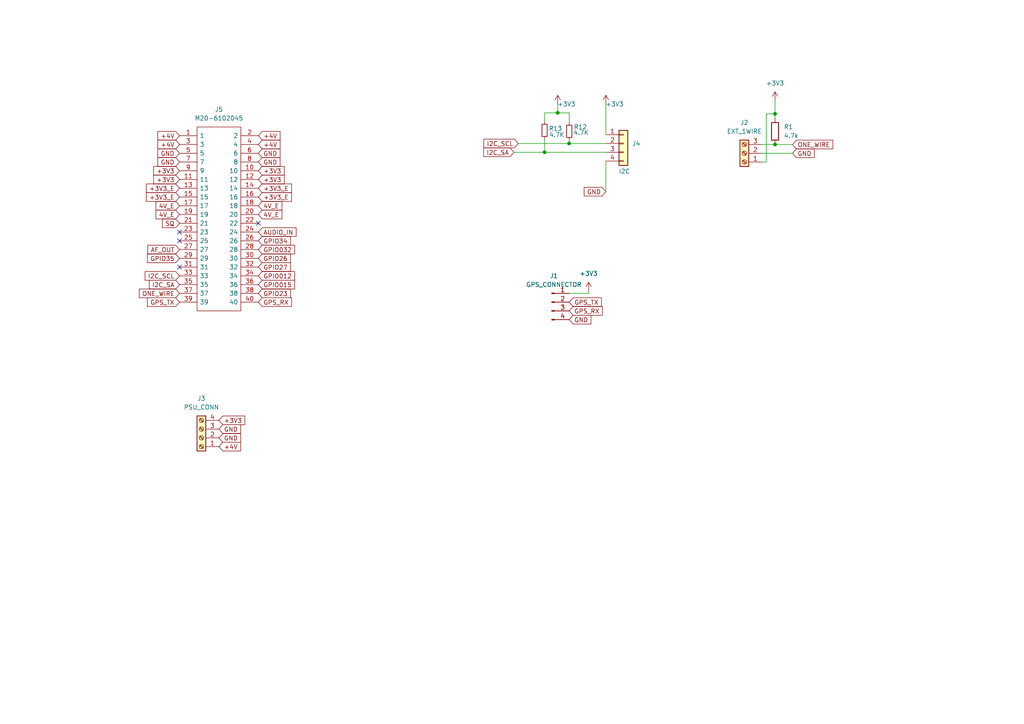
<source format=kicad_sch>
(kicad_sch (version 20211123) (generator eeschema)
  (paper "A4")
  (lib_symbols
    (symbol "Connector:Conn_01x04_Male" (pin_names (offset 1.016) hide)
      (property "Reference" "J" (at 0 5.08 0))
      (property "Value" "Conn_01x04_Male" (at 0 -7.62 0))
      (symbol "Conn_01x04_Male_1_1"
        (polyline (pts (xy 1.27 -5.08) (xy 0.8636 -5.08)) (stroke (width 0.1524)))
        (polyline (pts (xy 1.27 -2.54) (xy 0.8636 -2.54)) (stroke (width 0.1524)))
        (polyline (pts (xy 1.27 0) (xy 0.8636 0)) (stroke (width 0.1524)))
        (polyline (pts (xy 1.27 2.54) (xy 0.8636 2.54)) (stroke (width 0.1524)))
        (rectangle (start 0.8636 -4.953) (end 0 -5.207) (stroke (width 0.1524)) (fill (type outline)))
        (rectangle (start 0.8636 -2.413) (end 0 -2.667) (stroke (width 0.1524)) (fill (type outline)))
        (rectangle (start 0.8636 0.127) (end 0 -0.127) (stroke (width 0.1524)) (fill (type outline)))
        (rectangle (start 0.8636 2.667) (end 0 2.413) (stroke (width 0.1524)) (fill (type outline)))
        (pin passive line (at 5.08 2.54 180) (length 3.81) (name "Pin_1") (number "1"))
        (pin passive line (at 5.08 0 180) (length 3.81) (name "Pin_2") (number "2"))
        (pin passive line (at 5.08 -2.54 180) (length 3.81) (name "Pin_3") (number "3"))
        (pin passive line (at 5.08 -5.08 180) (length 3.81) (name "Pin_4") (number "4"))
      )
    )
    (symbol "Connector:Screw_Terminal_01x03" (pin_names (offset 1.016) hide)
      (property "Reference" "J" (at 0 5.08 0))
      (property "Value" "Screw_Terminal_01x03" (at 0 -5.08 0))
      (symbol "Screw_Terminal_01x03_1_1"
        (rectangle (start -1.27 3.81) (end 1.27 -3.81) (stroke (width 0.254)) (fill (type background)))
        (circle (center 0 -2.54) (radius 0.635) (stroke (width 0.1524)))
        (polyline (pts (xy -0.5334 -2.2098) (xy 0.3302 -3.048)) (stroke (width 0.1524)))
        (polyline (pts (xy -0.5334 0.3302) (xy 0.3302 -0.508)) (stroke (width 0.1524)))
        (polyline (pts (xy -0.5334 2.8702) (xy 0.3302 2.032)) (stroke (width 0.1524)))
        (polyline (pts (xy -0.3556 -2.032) (xy 0.508 -2.8702)) (stroke (width 0.1524)))
        (polyline (pts (xy -0.3556 0.508) (xy 0.508 -0.3302)) (stroke (width 0.1524)))
        (polyline (pts (xy -0.3556 3.048) (xy 0.508 2.2098)) (stroke (width 0.1524)))
        (circle (center 0 0) (radius 0.635) (stroke (width 0.1524)))
        (circle (center 0 2.54) (radius 0.635) (stroke (width 0.1524)))
        (pin passive line (at -5.08 2.54 0) (length 3.81) (name "Pin_1") (number "1"))
        (pin passive line (at -5.08 0 0) (length 3.81) (name "Pin_2") (number "2"))
        (pin passive line (at -5.08 -2.54 0) (length 3.81) (name "Pin_3") (number "3"))
      )
    )
    (symbol "Connector:Screw_Terminal_01x04" (pin_names (offset 1.016) hide)
      (property "Reference" "J" (at 0 5.08 0))
      (property "Value" "Screw_Terminal_01x04" (at 0 -7.62 0))
      (symbol "Screw_Terminal_01x04_1_1"
        (rectangle (start -1.27 3.81) (end 1.27 -6.35) (stroke (width 0.254)) (fill (type background)))
        (circle (center 0 -5.08) (radius 0.635) (stroke (width 0.1524)))
        (circle (center 0 -2.54) (radius 0.635) (stroke (width 0.1524)))
        (polyline (pts (xy -0.5334 -4.7498) (xy 0.3302 -5.588)) (stroke (width 0.1524)))
        (polyline (pts (xy -0.5334 -2.2098) (xy 0.3302 -3.048)) (stroke (width 0.1524)))
        (polyline (pts (xy -0.5334 0.3302) (xy 0.3302 -0.508)) (stroke (width 0.1524)))
        (polyline (pts (xy -0.5334 2.8702) (xy 0.3302 2.032)) (stroke (width 0.1524)))
        (polyline (pts (xy -0.3556 -4.572) (xy 0.508 -5.4102)) (stroke (width 0.1524)))
        (polyline (pts (xy -0.3556 -2.032) (xy 0.508 -2.8702)) (stroke (width 0.1524)))
        (polyline (pts (xy -0.3556 0.508) (xy 0.508 -0.3302)) (stroke (width 0.1524)))
        (polyline (pts (xy -0.3556 3.048) (xy 0.508 2.2098)) (stroke (width 0.1524)))
        (circle (center 0 0) (radius 0.635) (stroke (width 0.1524)))
        (circle (center 0 2.54) (radius 0.635) (stroke (width 0.1524)))
        (pin passive line (at -5.08 2.54 0) (length 3.81) (name "Pin_1") (number "1"))
        (pin passive line (at -5.08 0 0) (length 3.81) (name "Pin_2") (number "2"))
        (pin passive line (at -5.08 -2.54 0) (length 3.81) (name "Pin_3") (number "3"))
        (pin passive line (at -5.08 -5.08 0) (length 3.81) (name "Pin_4") (number "4"))
      )
    )
    (symbol "Connector_Generic:Conn_01x04" (pin_names (offset 1.016) hide)
      (property "Reference" "J" (at 0 5.08 0))
      (property "Value" "Conn_01x04" (at 0 -7.62 0))
      (symbol "Conn_01x04_1_1"
        (rectangle (start -1.27 -4.953) (end 0 -5.207) (stroke (width 0.1524)))
        (rectangle (start -1.27 -2.413) (end 0 -2.667) (stroke (width 0.1524)))
        (rectangle (start -1.27 0.127) (end 0 -0.127) (stroke (width 0.1524)))
        (rectangle (start -1.27 2.667) (end 0 2.413) (stroke (width 0.1524)))
        (rectangle (start -1.27 3.81) (end 1.27 -6.35) (stroke (width 0.254)) (fill (type background)))
        (pin passive line (at -5.08 2.54 0) (length 3.81) (name "Pin_1") (number "1"))
        (pin passive line (at -5.08 0 0) (length 3.81) (name "Pin_2") (number "2"))
        (pin passive line (at -5.08 -2.54 0) (length 3.81) (name "Pin_3") (number "3"))
        (pin passive line (at -5.08 -5.08 0) (length 3.81) (name "Pin_4") (number "4"))
      )
    )
    (symbol "Device:R" (pin_numbers hide) (pin_names (offset 0))
      (property "Reference" "R" (at 2.032 0 90))
      (property "Value" "R" (at 0 0 90))
      (symbol "R_0_1"
        (rectangle (start -1.016 -2.54) (end 1.016 2.54) (stroke (width 0.254)))
      )
      (symbol "R_1_1"
        (pin passive line (at 0 3.81 270) (length 1.27) (name "~") (number "1"))
        (pin passive line (at 0 -3.81 90) (length 1.27) (name "~") (number "2"))
      )
    )
    (symbol "Device:R_Small" (pin_numbers hide) (pin_names (offset 0.254) hide)
      (property "Reference" "R" (at 0.762 0.508 0))
      (property "Value" "R_Small" (at 0.762 -1.016 0))
      (symbol "R_Small_0_1"
        (rectangle (start -0.762 1.778) (end 0.762 -1.778) (stroke (width 0.2032)))
      )
      (symbol "R_Small_1_1"
        (pin passive line (at 0 2.54 270) (length 0.762) (name "~") (number "1"))
        (pin passive line (at 0 -2.54 90) (length 0.762) (name "~") (number "2"))
      )
    )
    (symbol "M20-6102045:M20-6102045" (pin_names (offset 0.762))
      (property "Reference" "J" (at 19.05 7.62 0))
      (property "Value" "M20-6102045" (at 19.05 5.08 0))
      (symbol "M20-6102045_0_0"
        (pin passive line (at 0 0 0) (length 5.08) (name "1") (number "1"))
        (pin passive line (at 22.86 -10.16 180) (length 5.08) (name "10") (number "10"))
        (pin passive line (at 0 -12.7 0) (length 5.08) (name "11") (number "11"))
        (pin passive line (at 22.86 -12.7 180) (length 5.08) (name "12") (number "12"))
        (pin passive line (at 0 -15.24 0) (length 5.08) (name "13") (number "13"))
        (pin passive line (at 22.86 -15.24 180) (length 5.08) (name "14") (number "14"))
        (pin passive line (at 0 -17.78 0) (length 5.08) (name "15") (number "15"))
        (pin passive line (at 22.86 -17.78 180) (length 5.08) (name "16") (number "16"))
        (pin passive line (at 0 -20.32 0) (length 5.08) (name "17") (number "17"))
        (pin passive line (at 22.86 -20.32 180) (length 5.08) (name "18") (number "18"))
        (pin passive line (at 0 -22.86 0) (length 5.08) (name "19") (number "19"))
        (pin passive line (at 22.86 0 180) (length 5.08) (name "2") (number "2"))
        (pin passive line (at 22.86 -22.86 180) (length 5.08) (name "20") (number "20"))
        (pin passive line (at 0 -25.4 0) (length 5.08) (name "21") (number "21"))
        (pin passive line (at 22.86 -25.4 180) (length 5.08) (name "22") (number "22"))
        (pin passive line (at 0 -27.94 0) (length 5.08) (name "23") (number "23"))
        (pin passive line (at 22.86 -27.94 180) (length 5.08) (name "24") (number "24"))
        (pin passive line (at 0 -30.48 0) (length 5.08) (name "25") (number "25"))
        (pin passive line (at 22.86 -30.48 180) (length 5.08) (name "26") (number "26"))
        (pin passive line (at 0 -33.02 0) (length 5.08) (name "27") (number "27"))
        (pin passive line (at 22.86 -33.02 180) (length 5.08) (name "28") (number "28"))
        (pin passive line (at 0 -35.56 0) (length 5.08) (name "29") (number "29"))
        (pin passive line (at 0 -2.54 0) (length 5.08) (name "3") (number "3"))
        (pin passive line (at 22.86 -35.56 180) (length 5.08) (name "30") (number "30"))
        (pin passive line (at 0 -38.1 0) (length 5.08) (name "31") (number "31"))
        (pin passive line (at 22.86 -38.1 180) (length 5.08) (name "32") (number "32"))
        (pin passive line (at 0 -40.64 0) (length 5.08) (name "33") (number "33"))
        (pin passive line (at 22.86 -40.64 180) (length 5.08) (name "34") (number "34"))
        (pin passive line (at 0 -43.18 0) (length 5.08) (name "35") (number "35"))
        (pin passive line (at 22.86 -43.18 180) (length 5.08) (name "36") (number "36"))
        (pin passive line (at 0 -45.72 0) (length 5.08) (name "37") (number "37"))
        (pin passive line (at 22.86 -45.72 180) (length 5.08) (name "38") (number "38"))
        (pin passive line (at 0 -48.26 0) (length 5.08) (name "39") (number "39"))
        (pin passive line (at 22.86 -2.54 180) (length 5.08) (name "4") (number "4"))
        (pin passive line (at 22.86 -48.26 180) (length 5.08) (name "40") (number "40"))
        (pin passive line (at 0 -5.08 0) (length 5.08) (name "5") (number "5"))
        (pin passive line (at 22.86 -5.08 180) (length 5.08) (name "6") (number "6"))
        (pin passive line (at 0 -7.62 0) (length 5.08) (name "7") (number "7"))
        (pin passive line (at 22.86 -7.62 180) (length 5.08) (name "8") (number "8"))
        (pin passive line (at 0 -10.16 0) (length 5.08) (name "9") (number "9"))
      )
      (symbol "M20-6102045_0_1"
        (polyline (pts (xy 5.08 2.54) (xy 17.78 2.54) (xy 17.78 -50.8) (xy 5.08 -50.8) (xy 5.08 2.54)) (stroke (width 0.1524)))
      )
    )
    (symbol "power:+3.3V" (power) (pin_names (offset 0))
      (property "Value" "+3.3V" (at 0 3.556 0))
      (symbol "+3.3V_0_1"
        (polyline (pts (xy -0.762 1.27) (xy 0 2.54)))
        (polyline (pts (xy 0 0) (xy 0 2.54)))
        (polyline (pts (xy 0 2.54) (xy 0.762 1.27)))
      )
      (symbol "+3.3V_1_1"
        (pin power_in line (at 0 0 90) (length 0) hide (name "+3V3") (number "1"))
      )
    )
    (symbol "power:+3V3" (power) (pin_names (offset 0))
      (property "Value" "+3V3" (at 0 3.556 0))
      (symbol "+3V3_0_1"
        (polyline (pts (xy -0.762 1.27) (xy 0 2.54)))
        (polyline (pts (xy 0 0) (xy 0 2.54)))
        (polyline (pts (xy 0 2.54) (xy 0.762 1.27)))
      )
      (symbol "+3V3_1_1"
        (pin power_in line (at 0 0 90) (length 0) hide (name "+3V3") (number "1"))
      )
    )
  )
  (junction (at 165.0465 41.6221))
  (junction (at 157.9514 44.1621))
  (junction (at 224.79 33.02))
  (junction (at 224.79 41.91))
  (junction (at 161.7614 32.7321))
  (no_connect (at 52.07 67.31))
  (no_connect (at 52.07 77.47))
  (no_connect (at 74.93 64.77))
  (no_connect (at 52.07 69.85))
  (wire (pts (xy 157.9514 44.1621) (xy 175.7314 44.1621)))
  (wire (pts (xy 170.7277 85.09) (xy 170.7277 84.4259)))
  (wire (pts (xy 165.1 32.7321) (xy 165.1 35.56)))
  (wire (pts (xy 165.0465 41.6221) (xy 175.7314 41.6221)))
  (wire (pts (xy 157.9514 40.3521) (xy 157.9514 44.1621)))
  (wire (pts (xy 220.98 46.99) (xy 222.25 46.99)))
  (wire (pts (xy 175.7314 30.1921) (xy 175.7314 39.0821)))
  (wire (pts (xy 224.79 41.91) (xy 229.87 41.91)))
  (wire (pts (xy 220.98 41.91) (xy 224.79 41.91)))
  (wire (pts (xy 224.79 33.02) (xy 224.79 34.29)))
  (wire (pts (xy 157.9514 32.7321) (xy 161.7614 32.7321)))
  (wire (pts (xy 150.3314 41.6221) (xy 165.0465 41.6221)))
  (wire (pts (xy 175.7314 55.5921) (xy 175.7314 46.7021)))
  (wire (pts (xy 161.7614 30.1921) (xy 161.7614 32.7321)))
  (wire (pts (xy 165.1 85.09) (xy 170.7277 85.09)))
  (wire (pts (xy 222.25 33.02) (xy 224.79 33.02)))
  (wire (pts (xy 161.7614 32.7321) (xy 165.1 32.7321)))
  (wire (pts (xy 149.0614 44.1621) (xy 157.9514 44.1621)))
  (wire (pts (xy 157.9514 32.7321) (xy 157.9514 35.2721)))
  (wire (pts (xy 220.98 44.45) (xy 229.87 44.45)))
  (wire (pts (xy 224.79 29.21) (xy 224.79 33.02)))
  (wire (pts (xy 165.1 40.64) (xy 165.0465 41.6221)))
  (wire (pts (xy 222.25 46.99) (xy 222.25 33.02)))
  (global_label "GPIO032" (shape input) (at 74.93 72.39 0) (property "Intersheet References" "${INTERSHEET_REFS}" (effects hide)))
  (global_label "+3V3_E" (shape input) (at 74.93 54.61 0) (property "Intersheet References" "${INTERSHEET_REFS}" (effects hide)))
  (global_label "+3V3" (shape input) (at 74.93 49.53 0) (property "Intersheet References" "${INTERSHEET_REFS}" (effects hide)))
  (global_label "4V_E" (shape input) (at 74.93 59.69 0) (property "Intersheet References" "${INTERSHEET_REFS}" (effects hide)))
  (global_label "GPIO015" (shape input) (at 74.93 82.55 0) (property "Intersheet References" "${INTERSHEET_REFS}" (effects hide)))
  (global_label "GND" (shape input) (at 165.1 92.71 0) (property "Intersheet References" "${INTERSHEET_REFS}" (effects hide)))
  (global_label "GND" (shape input) (at 63.5 124.46 0) (property "Intersheet References" "${INTERSHEET_REFS}" (effects hide)))
  (global_label "+3V3_E" (shape input) (at 74.93 57.15 0) (property "Intersheet References" "${INTERSHEET_REFS}" (effects hide)))
  (global_label "GND" (shape input) (at 74.93 46.99 0) (property "Intersheet References" "${INTERSHEET_REFS}" (effects hide)))
  (global_label "+3V3_E" (shape input) (at 52.07 54.61 180) (property "Intersheet References" "${INTERSHEET_REFS}" (effects hide)))
  (global_label "I2C_SCL" (shape input) (at 52.07 80.01 180) (property "Intersheet References" "${INTERSHEET_REFS}" (effects hide)))
  (global_label "GPS_RX" (shape input) (at 74.93 87.63 0) (property "Intersheet References" "${INTERSHEET_REFS}" (effects hide)))
  (global_label "+4V" (shape input) (at 52.07 39.37 180) (property "Intersheet References" "${INTERSHEET_REFS}" (effects hide)))
  (global_label "GPIO35" (shape input) (at 52.07 74.93 180) (property "Intersheet References" "${INTERSHEET_REFS}" (effects hide)))
  (global_label "GPS_TX" (shape input) (at 52.07 87.63 180) (property "Intersheet References" "${INTERSHEET_REFS}" (effects hide)))
  (global_label "I2C_SA" (shape input) (at 149.0614 44.1621 180) (property "Intersheet References" "${INTERSHEET_REFS}" (effects hide)))
  (global_label "+3V3" (shape input) (at 52.07 52.07 180) (property "Intersheet References" "${INTERSHEET_REFS}" (effects hide)))
  (global_label "GND" (shape input) (at 52.07 46.99 180) (property "Intersheet References" "${INTERSHEET_REFS}" (effects hide)))
  (global_label "+3V3" (shape input) (at 74.93 52.07 0) (property "Intersheet References" "${INTERSHEET_REFS}" (effects hide)))
  (global_label "+4V" (shape input) (at 63.5 129.54 0) (property "Intersheet References" "${INTERSHEET_REFS}" (effects hide)))
  (global_label "+4V" (shape input) (at 74.93 41.91 0) (property "Intersheet References" "${INTERSHEET_REFS}" (effects hide)))
  (global_label "+3V3" (shape input) (at 63.5 121.92 0) (property "Intersheet References" "${INTERSHEET_REFS}" (effects hide)))
  (global_label "+4V" (shape input) (at 74.93 39.37 0) (property "Intersheet References" "${INTERSHEET_REFS}" (effects hide)))
  (global_label "GND" (shape input) (at 52.07 44.45 180) (property "Intersheet References" "${INTERSHEET_REFS}" (effects hide)))
  (global_label "GPIO23" (shape input) (at 74.93 85.09 0) (property "Intersheet References" "${INTERSHEET_REFS}" (effects hide)))
  (global_label "GPS_TX" (shape input) (at 165.1 87.63 0) (property "Intersheet References" "${INTERSHEET_REFS}" (effects hide)))
  (global_label "4V_E" (shape input) (at 74.93 62.23 0) (property "Intersheet References" "${INTERSHEET_REFS}" (effects hide)))
  (global_label "ONE_WIRE" (shape input) (at 52.07 85.09 180) (property "Intersheet References" "${INTERSHEET_REFS}" (effects hide)))
  (global_label "GND" (shape input) (at 63.5 127 0) (property "Intersheet References" "${INTERSHEET_REFS}" (effects hide)))
  (global_label "AF_OUT" (shape input) (at 52.07 72.39 180) (property "Intersheet References" "${INTERSHEET_REFS}" (effects hide)))
  (global_label "4V_E" (shape input) (at 52.07 62.23 180) (property "Intersheet References" "${INTERSHEET_REFS}" (effects hide)))
  (global_label "GPIO012" (shape input) (at 74.93 80.01 0) (property "Intersheet References" "${INTERSHEET_REFS}" (effects hide)))
  (global_label "ONE_WIRE" (shape input) (at 229.87 41.91 0) (property "Intersheet References" "${INTERSHEET_REFS}" (effects hide)))
  (global_label "GPS_RX" (shape input) (at 165.1 90.17 0) (property "Intersheet References" "${INTERSHEET_REFS}" (effects hide)))
  (global_label "GND" (shape input) (at 175.7314 55.5921 180) (property "Intersheet References" "${INTERSHEET_REFS}" (effects hide)))
  (global_label "I2C_SCL" (shape input) (at 150.3314 41.6221 180) (property "Intersheet References" "${INTERSHEET_REFS}" (effects hide)))
  (global_label "GPIO34" (shape input) (at 74.93 69.85 0) (property "Intersheet References" "${INTERSHEET_REFS}" (effects hide)))
  (global_label "+3V3" (shape input) (at 52.07 49.53 180) (property "Intersheet References" "${INTERSHEET_REFS}" (effects hide)))
  (global_label "AUDIO_IN" (shape input) (at 74.93 67.31 0) (property "Intersheet References" "${INTERSHEET_REFS}" (effects hide)))
  (global_label "+3V3_E" (shape input) (at 52.07 57.15 180) (property "Intersheet References" "${INTERSHEET_REFS}" (effects hide)))
  (global_label "GPIO27" (shape input) (at 74.93 77.47 0) (property "Intersheet References" "${INTERSHEET_REFS}" (effects hide)))
  (global_label "+4V" (shape input) (at 52.07 41.91 180) (property "Intersheet References" "${INTERSHEET_REFS}" (effects hide)))
  (global_label "I2C_SA" (shape input) (at 52.07 82.55 180) (property "Intersheet References" "${INTERSHEET_REFS}" (effects hide)))
  (global_label "SQ" (shape input) (at 52.07 64.77 180) (property "Intersheet References" "${INTERSHEET_REFS}" (effects hide)))
  (global_label "GND" (shape input) (at 229.87 44.45 0) (property "Intersheet References" "${INTERSHEET_REFS}" (effects hide)))
  (global_label "GPIO26" (shape input) (at 74.93 74.93 0) (property "Intersheet References" "${INTERSHEET_REFS}" (effects hide)))
  (global_label "4V_E" (shape input) (at 52.07 59.69 180) (property "Intersheet References" "${INTERSHEET_REFS}" (effects hide)))
  (global_label "GND" (shape input) (at 74.93 44.45 0) (property "Intersheet References" "${INTERSHEET_REFS}" (effects hide)))
  (symbol (lib_id "power:+3.3V") (at 161.7614 30.1921 0) (unit 1)
    (property "Reference" "#PWR0114" (effects hide))
    (property "Value" "+3V3" (at 164.3014 30.1921 0))
  )
  (symbol (lib_id "Connector_Generic:Conn_01x04") (at 180.8114 41.6221 0) (unit 1)
    (property "Reference" "J4" (at 183.3514 41.622 0) (effects (justify left)))
    (property "Value" "I2C" (at 179.4467 49.7092 0) (effects (justify left)))
    (property "Footprint" "Connector_PinHeader_2.54mm:PinHeader_1x04_P2.54mm_Vertical" (effects hide))
  )
  (symbol (lib_id "Connector:Conn_01x04_Male") (at 160.02 87.63 0) (unit 1)
    (property "Reference" "J1" (at 160.655 80.01 0))
    (property "Value" "GPS_CONNECTOR" (at 160.655 82.55 0))
    (property "Footprint" "Connector_PinHeader_2.54mm:PinHeader_1x04_P2.54mm_Vertical" (effects hide))
  )
  (symbol (lib_id "power:+3.3V") (at 224.79 29.21 0) (unit 1)
    (property "Reference" "#PWR0116" (effects hide))
    (property "Value" "+3V3" (at 224.79 24.13 0))
  )
  (symbol (lib_id "Device:R") (at 224.79 38.1 0) (unit 1)
    (property "Reference" "R1" (at 227.33 36.8299 0) (effects (justify left)))
    (property "Value" "4.7k" (at 227.33 39.3699 0) (effects (justify left)))
    (property "Footprint" "Resistor_SMD:R_1206_3216Metric_Pad1.30x1.75mm_HandSolder" (effects hide))
  )
  (symbol (lib_id "power:+3.3V") (at 175.7314 30.1921 0) (unit 1)
    (property "Reference" "#PWR0115" (effects hide))
    (property "Value" "+3V3" (at 178.2714 30.1921 0))
  )
  (symbol (lib_id "power:+3V3") (at 170.7277 84.4259 0) (unit 1)
    (property "Reference" "#PWR0113" (effects hide))
    (property "Value" "+3V3" (at 170.7277 79.3459 0))
  )
  (symbol (lib_id "Connector:Screw_Terminal_01x04") (at 58.42 127 180) (unit 1)
    (property "Reference" "J3" (at 58.42 115.57 0))
    (property "Value" "PSU_CONN" (at 58.42 118.11 0))
    (property "Footprint" "TerminalBlock:TerminalBlock_Altech_AK300-4_P5.00mm" (effects hide))
  )
  (symbol (lib_id "Connector:Screw_Terminal_01x03") (at 215.9 44.45 180) (unit 1)
    (property "Reference" "J2" (at 215.9 35.56 0))
    (property "Value" "EXT_1WIRE" (at 215.9 38.1 0))
    (property "Footprint" "Connector_PinHeader_2.54mm:PinHeader_1x03_P2.54mm_Vertical" (effects hide))
  )
  (symbol (lib_id "Device:R_Small") (at 157.9514 37.8121 0) (unit 1)
    (property "Reference" "R13" (at 159.1537 37.2769 0) (effects (justify left)))
    (property "Value" "4.7K" (at 159.2214 39.0821 0) (effects (justify left)))
    (property "Footprint" "Resistor_SMD:R_1206_3216Metric_Pad1.30x1.75mm_HandSolder" (effects hide))
  )
  (symbol (lib_id "Device:R_Small") (at 165.1 38.1 0) (unit 1)
    (property "Reference" "R12" (at 166.37 36.83 0) (effects (justify left)))
    (property "Value" "4.7K" (at 166.2705 38.4779 0) (effects (justify left)))
    (property "Footprint" "Resistor_SMD:R_1206_3216Metric_Pad1.30x1.75mm_HandSolder" (effects hide))
  )
  (symbol (lib_id "M20-6102045:M20-6102045") (at 52.07 39.37 0) (unit 1)
    (property "Reference" "J5" (at 63.5 31.75 0))
    (property "Value" "M20-6102045" (at 63.5 34.29 0))
    (property "Footprint" "M20-6102045:RHDR40W66P254_2X20_5146X500X1105P" (effects hide))
    (property "Datasheet" "https://datasheet.datasheetarchive.com/originals/distributors/SFDatasheet-1/sf-00022539.pdf" (effects hide))
    (property "Description" "PC / 104 Connectors PC104 STACK CONNECT 20+20 HI TEMP AU" (effects hide))
    (property "Height" "11.05" (effects hide))
    (property "Manufacturer_Name" "Harwin" (effects hide))
    (property "Manufacturer_Part_Number" "M20-6102045" (effects hide))
    (property "Mouser Part Number" "855-M20-6102045" (effects hide))
    (property "Mouser Price/Stock" "https://www.mouser.co.uk/ProductDetail/Harwin/M20-6102045?qs=pYcASEcTDE4FwHXnSlfG3Q%3D%3D" (effects hide))
  )
)
</source>
